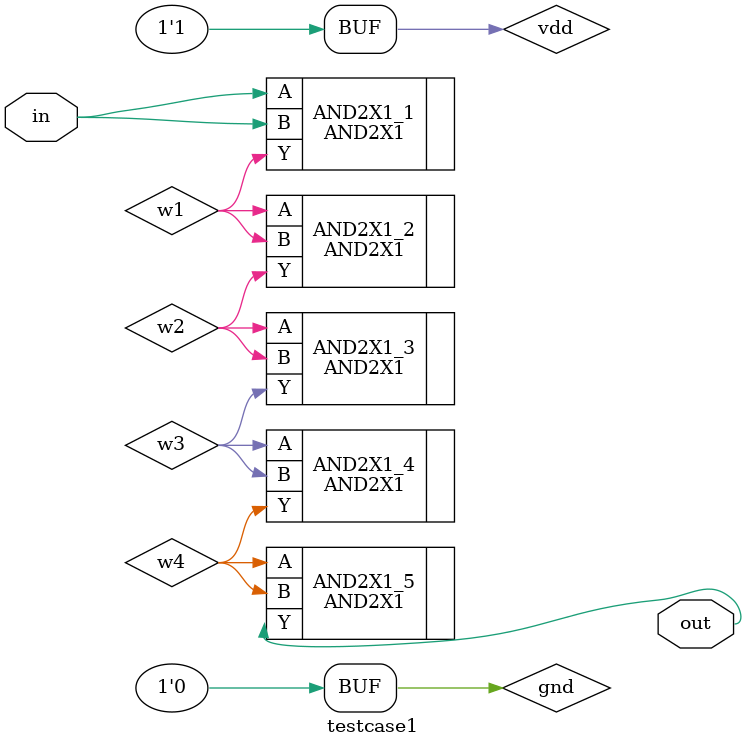
<source format=v>
module testcase1 (in, out);

input in;
output out;

wire vdd = 1'b1;
wire gnd = 1'b0;

AND2X1 AND2X1_1 ( .A(in), .B(in), .Y(w1) );
AND2X1 AND2X1_2 ( .A(w1), .B(w1), .Y(w2) );
AND2X1 AND2X1_3 ( .A(w2), .B(w2), .Y(w3) );
AND2X1 AND2X1_4 ( .A(w3), .B(w3), .Y(w4) );
AND2X1 AND2X1_5 ( .A(w4), .B(w4), .Y(out) );
endmodule
</source>
